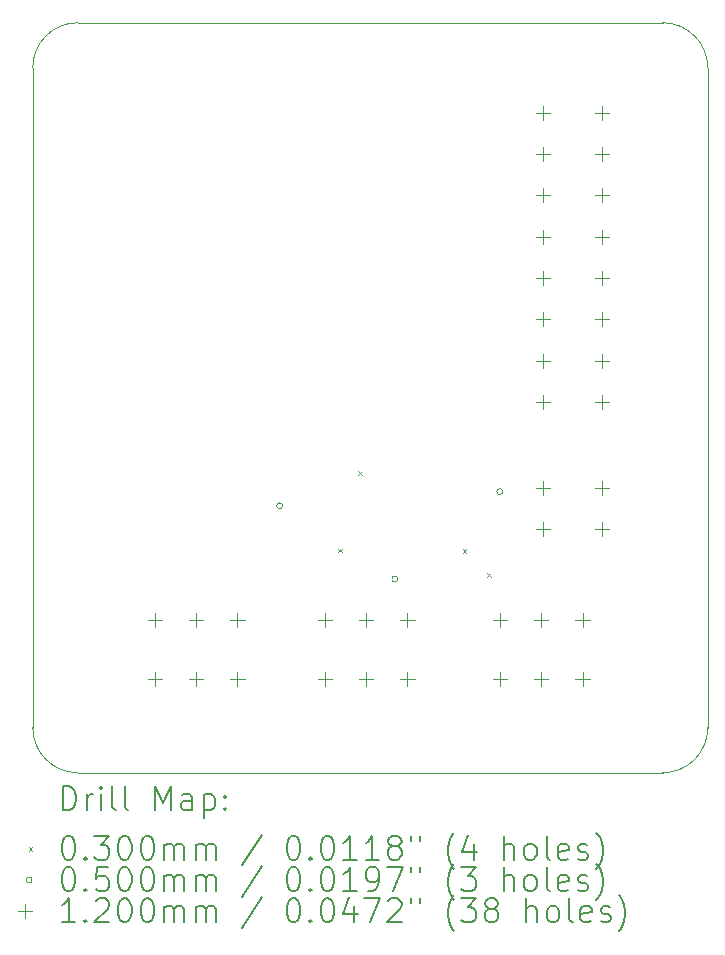
<source format=gbr>
%TF.GenerationSoftware,KiCad,Pcbnew,8.0.6*%
%TF.CreationDate,2024-11-26T19:07:36-08:00*%
%TF.ProjectId,Constellation STAR LAF V1.0,436f6e73-7465-46c6-9c61-74696f6e2053,rev?*%
%TF.SameCoordinates,Original*%
%TF.FileFunction,Drillmap*%
%TF.FilePolarity,Positive*%
%FSLAX45Y45*%
G04 Gerber Fmt 4.5, Leading zero omitted, Abs format (unit mm)*
G04 Created by KiCad (PCBNEW 8.0.6) date 2024-11-26 19:07:36*
%MOMM*%
%LPD*%
G01*
G04 APERTURE LIST*
%ADD10C,0.100000*%
%ADD11C,0.200000*%
%ADD12C,0.120000*%
G04 APERTURE END LIST*
D10*
X2540000Y-8509000D02*
X2540000Y-2921000D01*
X2921000Y-8890000D02*
G75*
G02*
X2540000Y-8509000I0J381000D01*
G01*
X8255000Y-8509000D02*
G75*
G02*
X7874000Y-8890000I-381000J0D01*
G01*
X2540000Y-2921000D02*
G75*
G02*
X2921000Y-2540000I381000J0D01*
G01*
X7874000Y-8890000D02*
X2921000Y-8890000D01*
X8255000Y-2921000D02*
X8255000Y-8509000D01*
X7874000Y-2540000D02*
G75*
G02*
X8255000Y-2921000I0J-381000D01*
G01*
X2921000Y-2540000D02*
X7874000Y-2540000D01*
D11*
D10*
X5125000Y-6995000D02*
X5155000Y-7025000D01*
X5155000Y-6995000D02*
X5125000Y-7025000D01*
X5295000Y-6336250D02*
X5325000Y-6366250D01*
X5325000Y-6336250D02*
X5295000Y-6366250D01*
X6180000Y-7000000D02*
X6210000Y-7030000D01*
X6210000Y-7000000D02*
X6180000Y-7030000D01*
X6386250Y-7200000D02*
X6416250Y-7230000D01*
X6416250Y-7200000D02*
X6386250Y-7230000D01*
X4655000Y-6630000D02*
G75*
G02*
X4605000Y-6630000I-25000J0D01*
G01*
X4605000Y-6630000D02*
G75*
G02*
X4655000Y-6630000I25000J0D01*
G01*
X5630000Y-7250000D02*
G75*
G02*
X5580000Y-7250000I-25000J0D01*
G01*
X5580000Y-7250000D02*
G75*
G02*
X5630000Y-7250000I25000J0D01*
G01*
X6520000Y-6510000D02*
G75*
G02*
X6470000Y-6510000I-25000J0D01*
G01*
X6470000Y-6510000D02*
G75*
G02*
X6520000Y-6510000I25000J0D01*
G01*
D12*
X3572921Y-7535000D02*
X3572921Y-7655000D01*
X3512921Y-7595000D02*
X3632921Y-7595000D01*
X3572921Y-8035000D02*
X3572921Y-8155000D01*
X3512921Y-8095000D02*
X3632921Y-8095000D01*
X3922921Y-7535000D02*
X3922921Y-7655000D01*
X3862921Y-7595000D02*
X3982921Y-7595000D01*
X3922921Y-8035000D02*
X3922921Y-8155000D01*
X3862921Y-8095000D02*
X3982921Y-8095000D01*
X4272921Y-7535000D02*
X4272921Y-7655000D01*
X4212921Y-7595000D02*
X4332921Y-7595000D01*
X4272921Y-8035000D02*
X4272921Y-8155000D01*
X4212921Y-8095000D02*
X4332921Y-8095000D01*
X5012500Y-7535000D02*
X5012500Y-7655000D01*
X4952500Y-7595000D02*
X5072500Y-7595000D01*
X5012500Y-8035000D02*
X5012500Y-8155000D01*
X4952500Y-8095000D02*
X5072500Y-8095000D01*
X5362500Y-7535000D02*
X5362500Y-7655000D01*
X5302500Y-7595000D02*
X5422500Y-7595000D01*
X5362500Y-8035000D02*
X5362500Y-8155000D01*
X5302500Y-8095000D02*
X5422500Y-8095000D01*
X5712500Y-7535000D02*
X5712500Y-7655000D01*
X5652500Y-7595000D02*
X5772500Y-7595000D01*
X5712500Y-8035000D02*
X5712500Y-8155000D01*
X5652500Y-8095000D02*
X5772500Y-8095000D01*
X6495000Y-7535000D02*
X6495000Y-7655000D01*
X6435000Y-7595000D02*
X6555000Y-7595000D01*
X6495000Y-8035000D02*
X6495000Y-8155000D01*
X6435000Y-8095000D02*
X6555000Y-8095000D01*
X6845000Y-7535000D02*
X6845000Y-7655000D01*
X6785000Y-7595000D02*
X6905000Y-7595000D01*
X6845000Y-8035000D02*
X6845000Y-8155000D01*
X6785000Y-8095000D02*
X6905000Y-8095000D01*
X6858000Y-3242000D02*
X6858000Y-3362000D01*
X6798000Y-3302000D02*
X6918000Y-3302000D01*
X6858000Y-3592000D02*
X6858000Y-3712000D01*
X6798000Y-3652000D02*
X6918000Y-3652000D01*
X6858000Y-3942000D02*
X6858000Y-4062000D01*
X6798000Y-4002000D02*
X6918000Y-4002000D01*
X6858000Y-4292000D02*
X6858000Y-4412000D01*
X6798000Y-4352000D02*
X6918000Y-4352000D01*
X6858000Y-4642000D02*
X6858000Y-4762000D01*
X6798000Y-4702000D02*
X6918000Y-4702000D01*
X6858000Y-4992000D02*
X6858000Y-5112000D01*
X6798000Y-5052000D02*
X6918000Y-5052000D01*
X6858000Y-5342000D02*
X6858000Y-5462000D01*
X6798000Y-5402000D02*
X6918000Y-5402000D01*
X6858000Y-5692000D02*
X6858000Y-5812000D01*
X6798000Y-5752000D02*
X6918000Y-5752000D01*
X6858000Y-6417000D02*
X6858000Y-6537000D01*
X6798000Y-6477000D02*
X6918000Y-6477000D01*
X6858000Y-6767000D02*
X6858000Y-6887000D01*
X6798000Y-6827000D02*
X6918000Y-6827000D01*
X7195000Y-7535000D02*
X7195000Y-7655000D01*
X7135000Y-7595000D02*
X7255000Y-7595000D01*
X7195000Y-8035000D02*
X7195000Y-8155000D01*
X7135000Y-8095000D02*
X7255000Y-8095000D01*
X7358000Y-3592000D02*
X7358000Y-3712000D01*
X7298000Y-3652000D02*
X7418000Y-3652000D01*
X7358000Y-3242000D02*
X7358000Y-3362000D01*
X7298000Y-3302000D02*
X7418000Y-3302000D01*
X7358000Y-3942000D02*
X7358000Y-4062000D01*
X7298000Y-4002000D02*
X7418000Y-4002000D01*
X7358000Y-4292000D02*
X7358000Y-4412000D01*
X7298000Y-4352000D02*
X7418000Y-4352000D01*
X7358000Y-4642000D02*
X7358000Y-4762000D01*
X7298000Y-4702000D02*
X7418000Y-4702000D01*
X7358000Y-4992000D02*
X7358000Y-5112000D01*
X7298000Y-5052000D02*
X7418000Y-5052000D01*
X7358000Y-5342000D02*
X7358000Y-5462000D01*
X7298000Y-5402000D02*
X7418000Y-5402000D01*
X7358000Y-5692000D02*
X7358000Y-5812000D01*
X7298000Y-5752000D02*
X7418000Y-5752000D01*
X7358000Y-6417000D02*
X7358000Y-6537000D01*
X7298000Y-6477000D02*
X7418000Y-6477000D01*
X7358000Y-6767000D02*
X7358000Y-6887000D01*
X7298000Y-6827000D02*
X7418000Y-6827000D01*
D11*
X2795777Y-9206484D02*
X2795777Y-9006484D01*
X2795777Y-9006484D02*
X2843396Y-9006484D01*
X2843396Y-9006484D02*
X2871967Y-9016008D01*
X2871967Y-9016008D02*
X2891015Y-9035055D01*
X2891015Y-9035055D02*
X2900539Y-9054103D01*
X2900539Y-9054103D02*
X2910062Y-9092198D01*
X2910062Y-9092198D02*
X2910062Y-9120770D01*
X2910062Y-9120770D02*
X2900539Y-9158865D01*
X2900539Y-9158865D02*
X2891015Y-9177912D01*
X2891015Y-9177912D02*
X2871967Y-9196960D01*
X2871967Y-9196960D02*
X2843396Y-9206484D01*
X2843396Y-9206484D02*
X2795777Y-9206484D01*
X2995777Y-9206484D02*
X2995777Y-9073150D01*
X2995777Y-9111246D02*
X3005301Y-9092198D01*
X3005301Y-9092198D02*
X3014824Y-9082674D01*
X3014824Y-9082674D02*
X3033872Y-9073150D01*
X3033872Y-9073150D02*
X3052920Y-9073150D01*
X3119586Y-9206484D02*
X3119586Y-9073150D01*
X3119586Y-9006484D02*
X3110062Y-9016008D01*
X3110062Y-9016008D02*
X3119586Y-9025531D01*
X3119586Y-9025531D02*
X3129110Y-9016008D01*
X3129110Y-9016008D02*
X3119586Y-9006484D01*
X3119586Y-9006484D02*
X3119586Y-9025531D01*
X3243396Y-9206484D02*
X3224348Y-9196960D01*
X3224348Y-9196960D02*
X3214824Y-9177912D01*
X3214824Y-9177912D02*
X3214824Y-9006484D01*
X3348158Y-9206484D02*
X3329110Y-9196960D01*
X3329110Y-9196960D02*
X3319586Y-9177912D01*
X3319586Y-9177912D02*
X3319586Y-9006484D01*
X3576729Y-9206484D02*
X3576729Y-9006484D01*
X3576729Y-9006484D02*
X3643396Y-9149341D01*
X3643396Y-9149341D02*
X3710062Y-9006484D01*
X3710062Y-9006484D02*
X3710062Y-9206484D01*
X3891015Y-9206484D02*
X3891015Y-9101722D01*
X3891015Y-9101722D02*
X3881491Y-9082674D01*
X3881491Y-9082674D02*
X3862443Y-9073150D01*
X3862443Y-9073150D02*
X3824348Y-9073150D01*
X3824348Y-9073150D02*
X3805301Y-9082674D01*
X3891015Y-9196960D02*
X3871967Y-9206484D01*
X3871967Y-9206484D02*
X3824348Y-9206484D01*
X3824348Y-9206484D02*
X3805301Y-9196960D01*
X3805301Y-9196960D02*
X3795777Y-9177912D01*
X3795777Y-9177912D02*
X3795777Y-9158865D01*
X3795777Y-9158865D02*
X3805301Y-9139817D01*
X3805301Y-9139817D02*
X3824348Y-9130293D01*
X3824348Y-9130293D02*
X3871967Y-9130293D01*
X3871967Y-9130293D02*
X3891015Y-9120770D01*
X3986253Y-9073150D02*
X3986253Y-9273150D01*
X3986253Y-9082674D02*
X4005301Y-9073150D01*
X4005301Y-9073150D02*
X4043396Y-9073150D01*
X4043396Y-9073150D02*
X4062443Y-9082674D01*
X4062443Y-9082674D02*
X4071967Y-9092198D01*
X4071967Y-9092198D02*
X4081491Y-9111246D01*
X4081491Y-9111246D02*
X4081491Y-9168389D01*
X4081491Y-9168389D02*
X4071967Y-9187436D01*
X4071967Y-9187436D02*
X4062443Y-9196960D01*
X4062443Y-9196960D02*
X4043396Y-9206484D01*
X4043396Y-9206484D02*
X4005301Y-9206484D01*
X4005301Y-9206484D02*
X3986253Y-9196960D01*
X4167205Y-9187436D02*
X4176729Y-9196960D01*
X4176729Y-9196960D02*
X4167205Y-9206484D01*
X4167205Y-9206484D02*
X4157682Y-9196960D01*
X4157682Y-9196960D02*
X4167205Y-9187436D01*
X4167205Y-9187436D02*
X4167205Y-9206484D01*
X4167205Y-9082674D02*
X4176729Y-9092198D01*
X4176729Y-9092198D02*
X4167205Y-9101722D01*
X4167205Y-9101722D02*
X4157682Y-9092198D01*
X4157682Y-9092198D02*
X4167205Y-9082674D01*
X4167205Y-9082674D02*
X4167205Y-9101722D01*
D10*
X2505000Y-9520000D02*
X2535000Y-9550000D01*
X2535000Y-9520000D02*
X2505000Y-9550000D01*
D11*
X2833872Y-9426484D02*
X2852920Y-9426484D01*
X2852920Y-9426484D02*
X2871967Y-9436008D01*
X2871967Y-9436008D02*
X2881491Y-9445531D01*
X2881491Y-9445531D02*
X2891015Y-9464579D01*
X2891015Y-9464579D02*
X2900539Y-9502674D01*
X2900539Y-9502674D02*
X2900539Y-9550293D01*
X2900539Y-9550293D02*
X2891015Y-9588389D01*
X2891015Y-9588389D02*
X2881491Y-9607436D01*
X2881491Y-9607436D02*
X2871967Y-9616960D01*
X2871967Y-9616960D02*
X2852920Y-9626484D01*
X2852920Y-9626484D02*
X2833872Y-9626484D01*
X2833872Y-9626484D02*
X2814824Y-9616960D01*
X2814824Y-9616960D02*
X2805301Y-9607436D01*
X2805301Y-9607436D02*
X2795777Y-9588389D01*
X2795777Y-9588389D02*
X2786253Y-9550293D01*
X2786253Y-9550293D02*
X2786253Y-9502674D01*
X2786253Y-9502674D02*
X2795777Y-9464579D01*
X2795777Y-9464579D02*
X2805301Y-9445531D01*
X2805301Y-9445531D02*
X2814824Y-9436008D01*
X2814824Y-9436008D02*
X2833872Y-9426484D01*
X2986253Y-9607436D02*
X2995777Y-9616960D01*
X2995777Y-9616960D02*
X2986253Y-9626484D01*
X2986253Y-9626484D02*
X2976729Y-9616960D01*
X2976729Y-9616960D02*
X2986253Y-9607436D01*
X2986253Y-9607436D02*
X2986253Y-9626484D01*
X3062443Y-9426484D02*
X3186253Y-9426484D01*
X3186253Y-9426484D02*
X3119586Y-9502674D01*
X3119586Y-9502674D02*
X3148158Y-9502674D01*
X3148158Y-9502674D02*
X3167205Y-9512198D01*
X3167205Y-9512198D02*
X3176729Y-9521722D01*
X3176729Y-9521722D02*
X3186253Y-9540770D01*
X3186253Y-9540770D02*
X3186253Y-9588389D01*
X3186253Y-9588389D02*
X3176729Y-9607436D01*
X3176729Y-9607436D02*
X3167205Y-9616960D01*
X3167205Y-9616960D02*
X3148158Y-9626484D01*
X3148158Y-9626484D02*
X3091015Y-9626484D01*
X3091015Y-9626484D02*
X3071967Y-9616960D01*
X3071967Y-9616960D02*
X3062443Y-9607436D01*
X3310062Y-9426484D02*
X3329110Y-9426484D01*
X3329110Y-9426484D02*
X3348158Y-9436008D01*
X3348158Y-9436008D02*
X3357682Y-9445531D01*
X3357682Y-9445531D02*
X3367205Y-9464579D01*
X3367205Y-9464579D02*
X3376729Y-9502674D01*
X3376729Y-9502674D02*
X3376729Y-9550293D01*
X3376729Y-9550293D02*
X3367205Y-9588389D01*
X3367205Y-9588389D02*
X3357682Y-9607436D01*
X3357682Y-9607436D02*
X3348158Y-9616960D01*
X3348158Y-9616960D02*
X3329110Y-9626484D01*
X3329110Y-9626484D02*
X3310062Y-9626484D01*
X3310062Y-9626484D02*
X3291015Y-9616960D01*
X3291015Y-9616960D02*
X3281491Y-9607436D01*
X3281491Y-9607436D02*
X3271967Y-9588389D01*
X3271967Y-9588389D02*
X3262443Y-9550293D01*
X3262443Y-9550293D02*
X3262443Y-9502674D01*
X3262443Y-9502674D02*
X3271967Y-9464579D01*
X3271967Y-9464579D02*
X3281491Y-9445531D01*
X3281491Y-9445531D02*
X3291015Y-9436008D01*
X3291015Y-9436008D02*
X3310062Y-9426484D01*
X3500539Y-9426484D02*
X3519586Y-9426484D01*
X3519586Y-9426484D02*
X3538634Y-9436008D01*
X3538634Y-9436008D02*
X3548158Y-9445531D01*
X3548158Y-9445531D02*
X3557682Y-9464579D01*
X3557682Y-9464579D02*
X3567205Y-9502674D01*
X3567205Y-9502674D02*
X3567205Y-9550293D01*
X3567205Y-9550293D02*
X3557682Y-9588389D01*
X3557682Y-9588389D02*
X3548158Y-9607436D01*
X3548158Y-9607436D02*
X3538634Y-9616960D01*
X3538634Y-9616960D02*
X3519586Y-9626484D01*
X3519586Y-9626484D02*
X3500539Y-9626484D01*
X3500539Y-9626484D02*
X3481491Y-9616960D01*
X3481491Y-9616960D02*
X3471967Y-9607436D01*
X3471967Y-9607436D02*
X3462443Y-9588389D01*
X3462443Y-9588389D02*
X3452920Y-9550293D01*
X3452920Y-9550293D02*
X3452920Y-9502674D01*
X3452920Y-9502674D02*
X3462443Y-9464579D01*
X3462443Y-9464579D02*
X3471967Y-9445531D01*
X3471967Y-9445531D02*
X3481491Y-9436008D01*
X3481491Y-9436008D02*
X3500539Y-9426484D01*
X3652920Y-9626484D02*
X3652920Y-9493150D01*
X3652920Y-9512198D02*
X3662443Y-9502674D01*
X3662443Y-9502674D02*
X3681491Y-9493150D01*
X3681491Y-9493150D02*
X3710063Y-9493150D01*
X3710063Y-9493150D02*
X3729110Y-9502674D01*
X3729110Y-9502674D02*
X3738634Y-9521722D01*
X3738634Y-9521722D02*
X3738634Y-9626484D01*
X3738634Y-9521722D02*
X3748158Y-9502674D01*
X3748158Y-9502674D02*
X3767205Y-9493150D01*
X3767205Y-9493150D02*
X3795777Y-9493150D01*
X3795777Y-9493150D02*
X3814824Y-9502674D01*
X3814824Y-9502674D02*
X3824348Y-9521722D01*
X3824348Y-9521722D02*
X3824348Y-9626484D01*
X3919586Y-9626484D02*
X3919586Y-9493150D01*
X3919586Y-9512198D02*
X3929110Y-9502674D01*
X3929110Y-9502674D02*
X3948158Y-9493150D01*
X3948158Y-9493150D02*
X3976729Y-9493150D01*
X3976729Y-9493150D02*
X3995777Y-9502674D01*
X3995777Y-9502674D02*
X4005301Y-9521722D01*
X4005301Y-9521722D02*
X4005301Y-9626484D01*
X4005301Y-9521722D02*
X4014824Y-9502674D01*
X4014824Y-9502674D02*
X4033872Y-9493150D01*
X4033872Y-9493150D02*
X4062443Y-9493150D01*
X4062443Y-9493150D02*
X4081491Y-9502674D01*
X4081491Y-9502674D02*
X4091015Y-9521722D01*
X4091015Y-9521722D02*
X4091015Y-9626484D01*
X4481491Y-9416960D02*
X4310063Y-9674103D01*
X4738634Y-9426484D02*
X4757682Y-9426484D01*
X4757682Y-9426484D02*
X4776729Y-9436008D01*
X4776729Y-9436008D02*
X4786253Y-9445531D01*
X4786253Y-9445531D02*
X4795777Y-9464579D01*
X4795777Y-9464579D02*
X4805301Y-9502674D01*
X4805301Y-9502674D02*
X4805301Y-9550293D01*
X4805301Y-9550293D02*
X4795777Y-9588389D01*
X4795777Y-9588389D02*
X4786253Y-9607436D01*
X4786253Y-9607436D02*
X4776729Y-9616960D01*
X4776729Y-9616960D02*
X4757682Y-9626484D01*
X4757682Y-9626484D02*
X4738634Y-9626484D01*
X4738634Y-9626484D02*
X4719587Y-9616960D01*
X4719587Y-9616960D02*
X4710063Y-9607436D01*
X4710063Y-9607436D02*
X4700539Y-9588389D01*
X4700539Y-9588389D02*
X4691015Y-9550293D01*
X4691015Y-9550293D02*
X4691015Y-9502674D01*
X4691015Y-9502674D02*
X4700539Y-9464579D01*
X4700539Y-9464579D02*
X4710063Y-9445531D01*
X4710063Y-9445531D02*
X4719587Y-9436008D01*
X4719587Y-9436008D02*
X4738634Y-9426484D01*
X4891015Y-9607436D02*
X4900539Y-9616960D01*
X4900539Y-9616960D02*
X4891015Y-9626484D01*
X4891015Y-9626484D02*
X4881491Y-9616960D01*
X4881491Y-9616960D02*
X4891015Y-9607436D01*
X4891015Y-9607436D02*
X4891015Y-9626484D01*
X5024348Y-9426484D02*
X5043396Y-9426484D01*
X5043396Y-9426484D02*
X5062444Y-9436008D01*
X5062444Y-9436008D02*
X5071968Y-9445531D01*
X5071968Y-9445531D02*
X5081491Y-9464579D01*
X5081491Y-9464579D02*
X5091015Y-9502674D01*
X5091015Y-9502674D02*
X5091015Y-9550293D01*
X5091015Y-9550293D02*
X5081491Y-9588389D01*
X5081491Y-9588389D02*
X5071968Y-9607436D01*
X5071968Y-9607436D02*
X5062444Y-9616960D01*
X5062444Y-9616960D02*
X5043396Y-9626484D01*
X5043396Y-9626484D02*
X5024348Y-9626484D01*
X5024348Y-9626484D02*
X5005301Y-9616960D01*
X5005301Y-9616960D02*
X4995777Y-9607436D01*
X4995777Y-9607436D02*
X4986253Y-9588389D01*
X4986253Y-9588389D02*
X4976729Y-9550293D01*
X4976729Y-9550293D02*
X4976729Y-9502674D01*
X4976729Y-9502674D02*
X4986253Y-9464579D01*
X4986253Y-9464579D02*
X4995777Y-9445531D01*
X4995777Y-9445531D02*
X5005301Y-9436008D01*
X5005301Y-9436008D02*
X5024348Y-9426484D01*
X5281491Y-9626484D02*
X5167206Y-9626484D01*
X5224348Y-9626484D02*
X5224348Y-9426484D01*
X5224348Y-9426484D02*
X5205301Y-9455055D01*
X5205301Y-9455055D02*
X5186253Y-9474103D01*
X5186253Y-9474103D02*
X5167206Y-9483627D01*
X5471968Y-9626484D02*
X5357682Y-9626484D01*
X5414825Y-9626484D02*
X5414825Y-9426484D01*
X5414825Y-9426484D02*
X5395777Y-9455055D01*
X5395777Y-9455055D02*
X5376729Y-9474103D01*
X5376729Y-9474103D02*
X5357682Y-9483627D01*
X5586253Y-9512198D02*
X5567206Y-9502674D01*
X5567206Y-9502674D02*
X5557682Y-9493150D01*
X5557682Y-9493150D02*
X5548158Y-9474103D01*
X5548158Y-9474103D02*
X5548158Y-9464579D01*
X5548158Y-9464579D02*
X5557682Y-9445531D01*
X5557682Y-9445531D02*
X5567206Y-9436008D01*
X5567206Y-9436008D02*
X5586253Y-9426484D01*
X5586253Y-9426484D02*
X5624348Y-9426484D01*
X5624348Y-9426484D02*
X5643396Y-9436008D01*
X5643396Y-9436008D02*
X5652920Y-9445531D01*
X5652920Y-9445531D02*
X5662444Y-9464579D01*
X5662444Y-9464579D02*
X5662444Y-9474103D01*
X5662444Y-9474103D02*
X5652920Y-9493150D01*
X5652920Y-9493150D02*
X5643396Y-9502674D01*
X5643396Y-9502674D02*
X5624348Y-9512198D01*
X5624348Y-9512198D02*
X5586253Y-9512198D01*
X5586253Y-9512198D02*
X5567206Y-9521722D01*
X5567206Y-9521722D02*
X5557682Y-9531246D01*
X5557682Y-9531246D02*
X5548158Y-9550293D01*
X5548158Y-9550293D02*
X5548158Y-9588389D01*
X5548158Y-9588389D02*
X5557682Y-9607436D01*
X5557682Y-9607436D02*
X5567206Y-9616960D01*
X5567206Y-9616960D02*
X5586253Y-9626484D01*
X5586253Y-9626484D02*
X5624348Y-9626484D01*
X5624348Y-9626484D02*
X5643396Y-9616960D01*
X5643396Y-9616960D02*
X5652920Y-9607436D01*
X5652920Y-9607436D02*
X5662444Y-9588389D01*
X5662444Y-9588389D02*
X5662444Y-9550293D01*
X5662444Y-9550293D02*
X5652920Y-9531246D01*
X5652920Y-9531246D02*
X5643396Y-9521722D01*
X5643396Y-9521722D02*
X5624348Y-9512198D01*
X5738634Y-9426484D02*
X5738634Y-9464579D01*
X5814825Y-9426484D02*
X5814825Y-9464579D01*
X6110063Y-9702674D02*
X6100539Y-9693150D01*
X6100539Y-9693150D02*
X6081491Y-9664579D01*
X6081491Y-9664579D02*
X6071968Y-9645531D01*
X6071968Y-9645531D02*
X6062444Y-9616960D01*
X6062444Y-9616960D02*
X6052920Y-9569341D01*
X6052920Y-9569341D02*
X6052920Y-9531246D01*
X6052920Y-9531246D02*
X6062444Y-9483627D01*
X6062444Y-9483627D02*
X6071968Y-9455055D01*
X6071968Y-9455055D02*
X6081491Y-9436008D01*
X6081491Y-9436008D02*
X6100539Y-9407436D01*
X6100539Y-9407436D02*
X6110063Y-9397912D01*
X6271968Y-9493150D02*
X6271968Y-9626484D01*
X6224348Y-9416960D02*
X6176729Y-9559817D01*
X6176729Y-9559817D02*
X6300539Y-9559817D01*
X6529110Y-9626484D02*
X6529110Y-9426484D01*
X6614825Y-9626484D02*
X6614825Y-9521722D01*
X6614825Y-9521722D02*
X6605301Y-9502674D01*
X6605301Y-9502674D02*
X6586253Y-9493150D01*
X6586253Y-9493150D02*
X6557682Y-9493150D01*
X6557682Y-9493150D02*
X6538634Y-9502674D01*
X6538634Y-9502674D02*
X6529110Y-9512198D01*
X6738634Y-9626484D02*
X6719587Y-9616960D01*
X6719587Y-9616960D02*
X6710063Y-9607436D01*
X6710063Y-9607436D02*
X6700539Y-9588389D01*
X6700539Y-9588389D02*
X6700539Y-9531246D01*
X6700539Y-9531246D02*
X6710063Y-9512198D01*
X6710063Y-9512198D02*
X6719587Y-9502674D01*
X6719587Y-9502674D02*
X6738634Y-9493150D01*
X6738634Y-9493150D02*
X6767206Y-9493150D01*
X6767206Y-9493150D02*
X6786253Y-9502674D01*
X6786253Y-9502674D02*
X6795777Y-9512198D01*
X6795777Y-9512198D02*
X6805301Y-9531246D01*
X6805301Y-9531246D02*
X6805301Y-9588389D01*
X6805301Y-9588389D02*
X6795777Y-9607436D01*
X6795777Y-9607436D02*
X6786253Y-9616960D01*
X6786253Y-9616960D02*
X6767206Y-9626484D01*
X6767206Y-9626484D02*
X6738634Y-9626484D01*
X6919587Y-9626484D02*
X6900539Y-9616960D01*
X6900539Y-9616960D02*
X6891015Y-9597912D01*
X6891015Y-9597912D02*
X6891015Y-9426484D01*
X7071968Y-9616960D02*
X7052920Y-9626484D01*
X7052920Y-9626484D02*
X7014825Y-9626484D01*
X7014825Y-9626484D02*
X6995777Y-9616960D01*
X6995777Y-9616960D02*
X6986253Y-9597912D01*
X6986253Y-9597912D02*
X6986253Y-9521722D01*
X6986253Y-9521722D02*
X6995777Y-9502674D01*
X6995777Y-9502674D02*
X7014825Y-9493150D01*
X7014825Y-9493150D02*
X7052920Y-9493150D01*
X7052920Y-9493150D02*
X7071968Y-9502674D01*
X7071968Y-9502674D02*
X7081491Y-9521722D01*
X7081491Y-9521722D02*
X7081491Y-9540770D01*
X7081491Y-9540770D02*
X6986253Y-9559817D01*
X7157682Y-9616960D02*
X7176730Y-9626484D01*
X7176730Y-9626484D02*
X7214825Y-9626484D01*
X7214825Y-9626484D02*
X7233872Y-9616960D01*
X7233872Y-9616960D02*
X7243396Y-9597912D01*
X7243396Y-9597912D02*
X7243396Y-9588389D01*
X7243396Y-9588389D02*
X7233872Y-9569341D01*
X7233872Y-9569341D02*
X7214825Y-9559817D01*
X7214825Y-9559817D02*
X7186253Y-9559817D01*
X7186253Y-9559817D02*
X7167206Y-9550293D01*
X7167206Y-9550293D02*
X7157682Y-9531246D01*
X7157682Y-9531246D02*
X7157682Y-9521722D01*
X7157682Y-9521722D02*
X7167206Y-9502674D01*
X7167206Y-9502674D02*
X7186253Y-9493150D01*
X7186253Y-9493150D02*
X7214825Y-9493150D01*
X7214825Y-9493150D02*
X7233872Y-9502674D01*
X7310063Y-9702674D02*
X7319587Y-9693150D01*
X7319587Y-9693150D02*
X7338634Y-9664579D01*
X7338634Y-9664579D02*
X7348158Y-9645531D01*
X7348158Y-9645531D02*
X7357682Y-9616960D01*
X7357682Y-9616960D02*
X7367206Y-9569341D01*
X7367206Y-9569341D02*
X7367206Y-9531246D01*
X7367206Y-9531246D02*
X7357682Y-9483627D01*
X7357682Y-9483627D02*
X7348158Y-9455055D01*
X7348158Y-9455055D02*
X7338634Y-9436008D01*
X7338634Y-9436008D02*
X7319587Y-9407436D01*
X7319587Y-9407436D02*
X7310063Y-9397912D01*
D10*
X2535000Y-9799000D02*
G75*
G02*
X2485000Y-9799000I-25000J0D01*
G01*
X2485000Y-9799000D02*
G75*
G02*
X2535000Y-9799000I25000J0D01*
G01*
D11*
X2833872Y-9690484D02*
X2852920Y-9690484D01*
X2852920Y-9690484D02*
X2871967Y-9700008D01*
X2871967Y-9700008D02*
X2881491Y-9709531D01*
X2881491Y-9709531D02*
X2891015Y-9728579D01*
X2891015Y-9728579D02*
X2900539Y-9766674D01*
X2900539Y-9766674D02*
X2900539Y-9814293D01*
X2900539Y-9814293D02*
X2891015Y-9852389D01*
X2891015Y-9852389D02*
X2881491Y-9871436D01*
X2881491Y-9871436D02*
X2871967Y-9880960D01*
X2871967Y-9880960D02*
X2852920Y-9890484D01*
X2852920Y-9890484D02*
X2833872Y-9890484D01*
X2833872Y-9890484D02*
X2814824Y-9880960D01*
X2814824Y-9880960D02*
X2805301Y-9871436D01*
X2805301Y-9871436D02*
X2795777Y-9852389D01*
X2795777Y-9852389D02*
X2786253Y-9814293D01*
X2786253Y-9814293D02*
X2786253Y-9766674D01*
X2786253Y-9766674D02*
X2795777Y-9728579D01*
X2795777Y-9728579D02*
X2805301Y-9709531D01*
X2805301Y-9709531D02*
X2814824Y-9700008D01*
X2814824Y-9700008D02*
X2833872Y-9690484D01*
X2986253Y-9871436D02*
X2995777Y-9880960D01*
X2995777Y-9880960D02*
X2986253Y-9890484D01*
X2986253Y-9890484D02*
X2976729Y-9880960D01*
X2976729Y-9880960D02*
X2986253Y-9871436D01*
X2986253Y-9871436D02*
X2986253Y-9890484D01*
X3176729Y-9690484D02*
X3081491Y-9690484D01*
X3081491Y-9690484D02*
X3071967Y-9785722D01*
X3071967Y-9785722D02*
X3081491Y-9776198D01*
X3081491Y-9776198D02*
X3100539Y-9766674D01*
X3100539Y-9766674D02*
X3148158Y-9766674D01*
X3148158Y-9766674D02*
X3167205Y-9776198D01*
X3167205Y-9776198D02*
X3176729Y-9785722D01*
X3176729Y-9785722D02*
X3186253Y-9804770D01*
X3186253Y-9804770D02*
X3186253Y-9852389D01*
X3186253Y-9852389D02*
X3176729Y-9871436D01*
X3176729Y-9871436D02*
X3167205Y-9880960D01*
X3167205Y-9880960D02*
X3148158Y-9890484D01*
X3148158Y-9890484D02*
X3100539Y-9890484D01*
X3100539Y-9890484D02*
X3081491Y-9880960D01*
X3081491Y-9880960D02*
X3071967Y-9871436D01*
X3310062Y-9690484D02*
X3329110Y-9690484D01*
X3329110Y-9690484D02*
X3348158Y-9700008D01*
X3348158Y-9700008D02*
X3357682Y-9709531D01*
X3357682Y-9709531D02*
X3367205Y-9728579D01*
X3367205Y-9728579D02*
X3376729Y-9766674D01*
X3376729Y-9766674D02*
X3376729Y-9814293D01*
X3376729Y-9814293D02*
X3367205Y-9852389D01*
X3367205Y-9852389D02*
X3357682Y-9871436D01*
X3357682Y-9871436D02*
X3348158Y-9880960D01*
X3348158Y-9880960D02*
X3329110Y-9890484D01*
X3329110Y-9890484D02*
X3310062Y-9890484D01*
X3310062Y-9890484D02*
X3291015Y-9880960D01*
X3291015Y-9880960D02*
X3281491Y-9871436D01*
X3281491Y-9871436D02*
X3271967Y-9852389D01*
X3271967Y-9852389D02*
X3262443Y-9814293D01*
X3262443Y-9814293D02*
X3262443Y-9766674D01*
X3262443Y-9766674D02*
X3271967Y-9728579D01*
X3271967Y-9728579D02*
X3281491Y-9709531D01*
X3281491Y-9709531D02*
X3291015Y-9700008D01*
X3291015Y-9700008D02*
X3310062Y-9690484D01*
X3500539Y-9690484D02*
X3519586Y-9690484D01*
X3519586Y-9690484D02*
X3538634Y-9700008D01*
X3538634Y-9700008D02*
X3548158Y-9709531D01*
X3548158Y-9709531D02*
X3557682Y-9728579D01*
X3557682Y-9728579D02*
X3567205Y-9766674D01*
X3567205Y-9766674D02*
X3567205Y-9814293D01*
X3567205Y-9814293D02*
X3557682Y-9852389D01*
X3557682Y-9852389D02*
X3548158Y-9871436D01*
X3548158Y-9871436D02*
X3538634Y-9880960D01*
X3538634Y-9880960D02*
X3519586Y-9890484D01*
X3519586Y-9890484D02*
X3500539Y-9890484D01*
X3500539Y-9890484D02*
X3481491Y-9880960D01*
X3481491Y-9880960D02*
X3471967Y-9871436D01*
X3471967Y-9871436D02*
X3462443Y-9852389D01*
X3462443Y-9852389D02*
X3452920Y-9814293D01*
X3452920Y-9814293D02*
X3452920Y-9766674D01*
X3452920Y-9766674D02*
X3462443Y-9728579D01*
X3462443Y-9728579D02*
X3471967Y-9709531D01*
X3471967Y-9709531D02*
X3481491Y-9700008D01*
X3481491Y-9700008D02*
X3500539Y-9690484D01*
X3652920Y-9890484D02*
X3652920Y-9757150D01*
X3652920Y-9776198D02*
X3662443Y-9766674D01*
X3662443Y-9766674D02*
X3681491Y-9757150D01*
X3681491Y-9757150D02*
X3710063Y-9757150D01*
X3710063Y-9757150D02*
X3729110Y-9766674D01*
X3729110Y-9766674D02*
X3738634Y-9785722D01*
X3738634Y-9785722D02*
X3738634Y-9890484D01*
X3738634Y-9785722D02*
X3748158Y-9766674D01*
X3748158Y-9766674D02*
X3767205Y-9757150D01*
X3767205Y-9757150D02*
X3795777Y-9757150D01*
X3795777Y-9757150D02*
X3814824Y-9766674D01*
X3814824Y-9766674D02*
X3824348Y-9785722D01*
X3824348Y-9785722D02*
X3824348Y-9890484D01*
X3919586Y-9890484D02*
X3919586Y-9757150D01*
X3919586Y-9776198D02*
X3929110Y-9766674D01*
X3929110Y-9766674D02*
X3948158Y-9757150D01*
X3948158Y-9757150D02*
X3976729Y-9757150D01*
X3976729Y-9757150D02*
X3995777Y-9766674D01*
X3995777Y-9766674D02*
X4005301Y-9785722D01*
X4005301Y-9785722D02*
X4005301Y-9890484D01*
X4005301Y-9785722D02*
X4014824Y-9766674D01*
X4014824Y-9766674D02*
X4033872Y-9757150D01*
X4033872Y-9757150D02*
X4062443Y-9757150D01*
X4062443Y-9757150D02*
X4081491Y-9766674D01*
X4081491Y-9766674D02*
X4091015Y-9785722D01*
X4091015Y-9785722D02*
X4091015Y-9890484D01*
X4481491Y-9680960D02*
X4310063Y-9938103D01*
X4738634Y-9690484D02*
X4757682Y-9690484D01*
X4757682Y-9690484D02*
X4776729Y-9700008D01*
X4776729Y-9700008D02*
X4786253Y-9709531D01*
X4786253Y-9709531D02*
X4795777Y-9728579D01*
X4795777Y-9728579D02*
X4805301Y-9766674D01*
X4805301Y-9766674D02*
X4805301Y-9814293D01*
X4805301Y-9814293D02*
X4795777Y-9852389D01*
X4795777Y-9852389D02*
X4786253Y-9871436D01*
X4786253Y-9871436D02*
X4776729Y-9880960D01*
X4776729Y-9880960D02*
X4757682Y-9890484D01*
X4757682Y-9890484D02*
X4738634Y-9890484D01*
X4738634Y-9890484D02*
X4719587Y-9880960D01*
X4719587Y-9880960D02*
X4710063Y-9871436D01*
X4710063Y-9871436D02*
X4700539Y-9852389D01*
X4700539Y-9852389D02*
X4691015Y-9814293D01*
X4691015Y-9814293D02*
X4691015Y-9766674D01*
X4691015Y-9766674D02*
X4700539Y-9728579D01*
X4700539Y-9728579D02*
X4710063Y-9709531D01*
X4710063Y-9709531D02*
X4719587Y-9700008D01*
X4719587Y-9700008D02*
X4738634Y-9690484D01*
X4891015Y-9871436D02*
X4900539Y-9880960D01*
X4900539Y-9880960D02*
X4891015Y-9890484D01*
X4891015Y-9890484D02*
X4881491Y-9880960D01*
X4881491Y-9880960D02*
X4891015Y-9871436D01*
X4891015Y-9871436D02*
X4891015Y-9890484D01*
X5024348Y-9690484D02*
X5043396Y-9690484D01*
X5043396Y-9690484D02*
X5062444Y-9700008D01*
X5062444Y-9700008D02*
X5071968Y-9709531D01*
X5071968Y-9709531D02*
X5081491Y-9728579D01*
X5081491Y-9728579D02*
X5091015Y-9766674D01*
X5091015Y-9766674D02*
X5091015Y-9814293D01*
X5091015Y-9814293D02*
X5081491Y-9852389D01*
X5081491Y-9852389D02*
X5071968Y-9871436D01*
X5071968Y-9871436D02*
X5062444Y-9880960D01*
X5062444Y-9880960D02*
X5043396Y-9890484D01*
X5043396Y-9890484D02*
X5024348Y-9890484D01*
X5024348Y-9890484D02*
X5005301Y-9880960D01*
X5005301Y-9880960D02*
X4995777Y-9871436D01*
X4995777Y-9871436D02*
X4986253Y-9852389D01*
X4986253Y-9852389D02*
X4976729Y-9814293D01*
X4976729Y-9814293D02*
X4976729Y-9766674D01*
X4976729Y-9766674D02*
X4986253Y-9728579D01*
X4986253Y-9728579D02*
X4995777Y-9709531D01*
X4995777Y-9709531D02*
X5005301Y-9700008D01*
X5005301Y-9700008D02*
X5024348Y-9690484D01*
X5281491Y-9890484D02*
X5167206Y-9890484D01*
X5224348Y-9890484D02*
X5224348Y-9690484D01*
X5224348Y-9690484D02*
X5205301Y-9719055D01*
X5205301Y-9719055D02*
X5186253Y-9738103D01*
X5186253Y-9738103D02*
X5167206Y-9747627D01*
X5376729Y-9890484D02*
X5414825Y-9890484D01*
X5414825Y-9890484D02*
X5433872Y-9880960D01*
X5433872Y-9880960D02*
X5443396Y-9871436D01*
X5443396Y-9871436D02*
X5462444Y-9842865D01*
X5462444Y-9842865D02*
X5471968Y-9804770D01*
X5471968Y-9804770D02*
X5471968Y-9728579D01*
X5471968Y-9728579D02*
X5462444Y-9709531D01*
X5462444Y-9709531D02*
X5452920Y-9700008D01*
X5452920Y-9700008D02*
X5433872Y-9690484D01*
X5433872Y-9690484D02*
X5395777Y-9690484D01*
X5395777Y-9690484D02*
X5376729Y-9700008D01*
X5376729Y-9700008D02*
X5367206Y-9709531D01*
X5367206Y-9709531D02*
X5357682Y-9728579D01*
X5357682Y-9728579D02*
X5357682Y-9776198D01*
X5357682Y-9776198D02*
X5367206Y-9795246D01*
X5367206Y-9795246D02*
X5376729Y-9804770D01*
X5376729Y-9804770D02*
X5395777Y-9814293D01*
X5395777Y-9814293D02*
X5433872Y-9814293D01*
X5433872Y-9814293D02*
X5452920Y-9804770D01*
X5452920Y-9804770D02*
X5462444Y-9795246D01*
X5462444Y-9795246D02*
X5471968Y-9776198D01*
X5538634Y-9690484D02*
X5671967Y-9690484D01*
X5671967Y-9690484D02*
X5586253Y-9890484D01*
X5738634Y-9690484D02*
X5738634Y-9728579D01*
X5814825Y-9690484D02*
X5814825Y-9728579D01*
X6110063Y-9966674D02*
X6100539Y-9957150D01*
X6100539Y-9957150D02*
X6081491Y-9928579D01*
X6081491Y-9928579D02*
X6071968Y-9909531D01*
X6071968Y-9909531D02*
X6062444Y-9880960D01*
X6062444Y-9880960D02*
X6052920Y-9833341D01*
X6052920Y-9833341D02*
X6052920Y-9795246D01*
X6052920Y-9795246D02*
X6062444Y-9747627D01*
X6062444Y-9747627D02*
X6071968Y-9719055D01*
X6071968Y-9719055D02*
X6081491Y-9700008D01*
X6081491Y-9700008D02*
X6100539Y-9671436D01*
X6100539Y-9671436D02*
X6110063Y-9661912D01*
X6167206Y-9690484D02*
X6291015Y-9690484D01*
X6291015Y-9690484D02*
X6224348Y-9766674D01*
X6224348Y-9766674D02*
X6252920Y-9766674D01*
X6252920Y-9766674D02*
X6271968Y-9776198D01*
X6271968Y-9776198D02*
X6281491Y-9785722D01*
X6281491Y-9785722D02*
X6291015Y-9804770D01*
X6291015Y-9804770D02*
X6291015Y-9852389D01*
X6291015Y-9852389D02*
X6281491Y-9871436D01*
X6281491Y-9871436D02*
X6271968Y-9880960D01*
X6271968Y-9880960D02*
X6252920Y-9890484D01*
X6252920Y-9890484D02*
X6195777Y-9890484D01*
X6195777Y-9890484D02*
X6176729Y-9880960D01*
X6176729Y-9880960D02*
X6167206Y-9871436D01*
X6529110Y-9890484D02*
X6529110Y-9690484D01*
X6614825Y-9890484D02*
X6614825Y-9785722D01*
X6614825Y-9785722D02*
X6605301Y-9766674D01*
X6605301Y-9766674D02*
X6586253Y-9757150D01*
X6586253Y-9757150D02*
X6557682Y-9757150D01*
X6557682Y-9757150D02*
X6538634Y-9766674D01*
X6538634Y-9766674D02*
X6529110Y-9776198D01*
X6738634Y-9890484D02*
X6719587Y-9880960D01*
X6719587Y-9880960D02*
X6710063Y-9871436D01*
X6710063Y-9871436D02*
X6700539Y-9852389D01*
X6700539Y-9852389D02*
X6700539Y-9795246D01*
X6700539Y-9795246D02*
X6710063Y-9776198D01*
X6710063Y-9776198D02*
X6719587Y-9766674D01*
X6719587Y-9766674D02*
X6738634Y-9757150D01*
X6738634Y-9757150D02*
X6767206Y-9757150D01*
X6767206Y-9757150D02*
X6786253Y-9766674D01*
X6786253Y-9766674D02*
X6795777Y-9776198D01*
X6795777Y-9776198D02*
X6805301Y-9795246D01*
X6805301Y-9795246D02*
X6805301Y-9852389D01*
X6805301Y-9852389D02*
X6795777Y-9871436D01*
X6795777Y-9871436D02*
X6786253Y-9880960D01*
X6786253Y-9880960D02*
X6767206Y-9890484D01*
X6767206Y-9890484D02*
X6738634Y-9890484D01*
X6919587Y-9890484D02*
X6900539Y-9880960D01*
X6900539Y-9880960D02*
X6891015Y-9861912D01*
X6891015Y-9861912D02*
X6891015Y-9690484D01*
X7071968Y-9880960D02*
X7052920Y-9890484D01*
X7052920Y-9890484D02*
X7014825Y-9890484D01*
X7014825Y-9890484D02*
X6995777Y-9880960D01*
X6995777Y-9880960D02*
X6986253Y-9861912D01*
X6986253Y-9861912D02*
X6986253Y-9785722D01*
X6986253Y-9785722D02*
X6995777Y-9766674D01*
X6995777Y-9766674D02*
X7014825Y-9757150D01*
X7014825Y-9757150D02*
X7052920Y-9757150D01*
X7052920Y-9757150D02*
X7071968Y-9766674D01*
X7071968Y-9766674D02*
X7081491Y-9785722D01*
X7081491Y-9785722D02*
X7081491Y-9804770D01*
X7081491Y-9804770D02*
X6986253Y-9823817D01*
X7157682Y-9880960D02*
X7176730Y-9890484D01*
X7176730Y-9890484D02*
X7214825Y-9890484D01*
X7214825Y-9890484D02*
X7233872Y-9880960D01*
X7233872Y-9880960D02*
X7243396Y-9861912D01*
X7243396Y-9861912D02*
X7243396Y-9852389D01*
X7243396Y-9852389D02*
X7233872Y-9833341D01*
X7233872Y-9833341D02*
X7214825Y-9823817D01*
X7214825Y-9823817D02*
X7186253Y-9823817D01*
X7186253Y-9823817D02*
X7167206Y-9814293D01*
X7167206Y-9814293D02*
X7157682Y-9795246D01*
X7157682Y-9795246D02*
X7157682Y-9785722D01*
X7157682Y-9785722D02*
X7167206Y-9766674D01*
X7167206Y-9766674D02*
X7186253Y-9757150D01*
X7186253Y-9757150D02*
X7214825Y-9757150D01*
X7214825Y-9757150D02*
X7233872Y-9766674D01*
X7310063Y-9966674D02*
X7319587Y-9957150D01*
X7319587Y-9957150D02*
X7338634Y-9928579D01*
X7338634Y-9928579D02*
X7348158Y-9909531D01*
X7348158Y-9909531D02*
X7357682Y-9880960D01*
X7357682Y-9880960D02*
X7367206Y-9833341D01*
X7367206Y-9833341D02*
X7367206Y-9795246D01*
X7367206Y-9795246D02*
X7357682Y-9747627D01*
X7357682Y-9747627D02*
X7348158Y-9719055D01*
X7348158Y-9719055D02*
X7338634Y-9700008D01*
X7338634Y-9700008D02*
X7319587Y-9671436D01*
X7319587Y-9671436D02*
X7310063Y-9661912D01*
D12*
X2475000Y-10003000D02*
X2475000Y-10123000D01*
X2415000Y-10063000D02*
X2535000Y-10063000D01*
D11*
X2900539Y-10154484D02*
X2786253Y-10154484D01*
X2843396Y-10154484D02*
X2843396Y-9954484D01*
X2843396Y-9954484D02*
X2824348Y-9983055D01*
X2824348Y-9983055D02*
X2805301Y-10002103D01*
X2805301Y-10002103D02*
X2786253Y-10011627D01*
X2986253Y-10135436D02*
X2995777Y-10144960D01*
X2995777Y-10144960D02*
X2986253Y-10154484D01*
X2986253Y-10154484D02*
X2976729Y-10144960D01*
X2976729Y-10144960D02*
X2986253Y-10135436D01*
X2986253Y-10135436D02*
X2986253Y-10154484D01*
X3071967Y-9973531D02*
X3081491Y-9964008D01*
X3081491Y-9964008D02*
X3100539Y-9954484D01*
X3100539Y-9954484D02*
X3148158Y-9954484D01*
X3148158Y-9954484D02*
X3167205Y-9964008D01*
X3167205Y-9964008D02*
X3176729Y-9973531D01*
X3176729Y-9973531D02*
X3186253Y-9992579D01*
X3186253Y-9992579D02*
X3186253Y-10011627D01*
X3186253Y-10011627D02*
X3176729Y-10040198D01*
X3176729Y-10040198D02*
X3062443Y-10154484D01*
X3062443Y-10154484D02*
X3186253Y-10154484D01*
X3310062Y-9954484D02*
X3329110Y-9954484D01*
X3329110Y-9954484D02*
X3348158Y-9964008D01*
X3348158Y-9964008D02*
X3357682Y-9973531D01*
X3357682Y-9973531D02*
X3367205Y-9992579D01*
X3367205Y-9992579D02*
X3376729Y-10030674D01*
X3376729Y-10030674D02*
X3376729Y-10078293D01*
X3376729Y-10078293D02*
X3367205Y-10116389D01*
X3367205Y-10116389D02*
X3357682Y-10135436D01*
X3357682Y-10135436D02*
X3348158Y-10144960D01*
X3348158Y-10144960D02*
X3329110Y-10154484D01*
X3329110Y-10154484D02*
X3310062Y-10154484D01*
X3310062Y-10154484D02*
X3291015Y-10144960D01*
X3291015Y-10144960D02*
X3281491Y-10135436D01*
X3281491Y-10135436D02*
X3271967Y-10116389D01*
X3271967Y-10116389D02*
X3262443Y-10078293D01*
X3262443Y-10078293D02*
X3262443Y-10030674D01*
X3262443Y-10030674D02*
X3271967Y-9992579D01*
X3271967Y-9992579D02*
X3281491Y-9973531D01*
X3281491Y-9973531D02*
X3291015Y-9964008D01*
X3291015Y-9964008D02*
X3310062Y-9954484D01*
X3500539Y-9954484D02*
X3519586Y-9954484D01*
X3519586Y-9954484D02*
X3538634Y-9964008D01*
X3538634Y-9964008D02*
X3548158Y-9973531D01*
X3548158Y-9973531D02*
X3557682Y-9992579D01*
X3557682Y-9992579D02*
X3567205Y-10030674D01*
X3567205Y-10030674D02*
X3567205Y-10078293D01*
X3567205Y-10078293D02*
X3557682Y-10116389D01*
X3557682Y-10116389D02*
X3548158Y-10135436D01*
X3548158Y-10135436D02*
X3538634Y-10144960D01*
X3538634Y-10144960D02*
X3519586Y-10154484D01*
X3519586Y-10154484D02*
X3500539Y-10154484D01*
X3500539Y-10154484D02*
X3481491Y-10144960D01*
X3481491Y-10144960D02*
X3471967Y-10135436D01*
X3471967Y-10135436D02*
X3462443Y-10116389D01*
X3462443Y-10116389D02*
X3452920Y-10078293D01*
X3452920Y-10078293D02*
X3452920Y-10030674D01*
X3452920Y-10030674D02*
X3462443Y-9992579D01*
X3462443Y-9992579D02*
X3471967Y-9973531D01*
X3471967Y-9973531D02*
X3481491Y-9964008D01*
X3481491Y-9964008D02*
X3500539Y-9954484D01*
X3652920Y-10154484D02*
X3652920Y-10021150D01*
X3652920Y-10040198D02*
X3662443Y-10030674D01*
X3662443Y-10030674D02*
X3681491Y-10021150D01*
X3681491Y-10021150D02*
X3710063Y-10021150D01*
X3710063Y-10021150D02*
X3729110Y-10030674D01*
X3729110Y-10030674D02*
X3738634Y-10049722D01*
X3738634Y-10049722D02*
X3738634Y-10154484D01*
X3738634Y-10049722D02*
X3748158Y-10030674D01*
X3748158Y-10030674D02*
X3767205Y-10021150D01*
X3767205Y-10021150D02*
X3795777Y-10021150D01*
X3795777Y-10021150D02*
X3814824Y-10030674D01*
X3814824Y-10030674D02*
X3824348Y-10049722D01*
X3824348Y-10049722D02*
X3824348Y-10154484D01*
X3919586Y-10154484D02*
X3919586Y-10021150D01*
X3919586Y-10040198D02*
X3929110Y-10030674D01*
X3929110Y-10030674D02*
X3948158Y-10021150D01*
X3948158Y-10021150D02*
X3976729Y-10021150D01*
X3976729Y-10021150D02*
X3995777Y-10030674D01*
X3995777Y-10030674D02*
X4005301Y-10049722D01*
X4005301Y-10049722D02*
X4005301Y-10154484D01*
X4005301Y-10049722D02*
X4014824Y-10030674D01*
X4014824Y-10030674D02*
X4033872Y-10021150D01*
X4033872Y-10021150D02*
X4062443Y-10021150D01*
X4062443Y-10021150D02*
X4081491Y-10030674D01*
X4081491Y-10030674D02*
X4091015Y-10049722D01*
X4091015Y-10049722D02*
X4091015Y-10154484D01*
X4481491Y-9944960D02*
X4310063Y-10202103D01*
X4738634Y-9954484D02*
X4757682Y-9954484D01*
X4757682Y-9954484D02*
X4776729Y-9964008D01*
X4776729Y-9964008D02*
X4786253Y-9973531D01*
X4786253Y-9973531D02*
X4795777Y-9992579D01*
X4795777Y-9992579D02*
X4805301Y-10030674D01*
X4805301Y-10030674D02*
X4805301Y-10078293D01*
X4805301Y-10078293D02*
X4795777Y-10116389D01*
X4795777Y-10116389D02*
X4786253Y-10135436D01*
X4786253Y-10135436D02*
X4776729Y-10144960D01*
X4776729Y-10144960D02*
X4757682Y-10154484D01*
X4757682Y-10154484D02*
X4738634Y-10154484D01*
X4738634Y-10154484D02*
X4719587Y-10144960D01*
X4719587Y-10144960D02*
X4710063Y-10135436D01*
X4710063Y-10135436D02*
X4700539Y-10116389D01*
X4700539Y-10116389D02*
X4691015Y-10078293D01*
X4691015Y-10078293D02*
X4691015Y-10030674D01*
X4691015Y-10030674D02*
X4700539Y-9992579D01*
X4700539Y-9992579D02*
X4710063Y-9973531D01*
X4710063Y-9973531D02*
X4719587Y-9964008D01*
X4719587Y-9964008D02*
X4738634Y-9954484D01*
X4891015Y-10135436D02*
X4900539Y-10144960D01*
X4900539Y-10144960D02*
X4891015Y-10154484D01*
X4891015Y-10154484D02*
X4881491Y-10144960D01*
X4881491Y-10144960D02*
X4891015Y-10135436D01*
X4891015Y-10135436D02*
X4891015Y-10154484D01*
X5024348Y-9954484D02*
X5043396Y-9954484D01*
X5043396Y-9954484D02*
X5062444Y-9964008D01*
X5062444Y-9964008D02*
X5071968Y-9973531D01*
X5071968Y-9973531D02*
X5081491Y-9992579D01*
X5081491Y-9992579D02*
X5091015Y-10030674D01*
X5091015Y-10030674D02*
X5091015Y-10078293D01*
X5091015Y-10078293D02*
X5081491Y-10116389D01*
X5081491Y-10116389D02*
X5071968Y-10135436D01*
X5071968Y-10135436D02*
X5062444Y-10144960D01*
X5062444Y-10144960D02*
X5043396Y-10154484D01*
X5043396Y-10154484D02*
X5024348Y-10154484D01*
X5024348Y-10154484D02*
X5005301Y-10144960D01*
X5005301Y-10144960D02*
X4995777Y-10135436D01*
X4995777Y-10135436D02*
X4986253Y-10116389D01*
X4986253Y-10116389D02*
X4976729Y-10078293D01*
X4976729Y-10078293D02*
X4976729Y-10030674D01*
X4976729Y-10030674D02*
X4986253Y-9992579D01*
X4986253Y-9992579D02*
X4995777Y-9973531D01*
X4995777Y-9973531D02*
X5005301Y-9964008D01*
X5005301Y-9964008D02*
X5024348Y-9954484D01*
X5262444Y-10021150D02*
X5262444Y-10154484D01*
X5214825Y-9944960D02*
X5167206Y-10087817D01*
X5167206Y-10087817D02*
X5291015Y-10087817D01*
X5348158Y-9954484D02*
X5481491Y-9954484D01*
X5481491Y-9954484D02*
X5395777Y-10154484D01*
X5548158Y-9973531D02*
X5557682Y-9964008D01*
X5557682Y-9964008D02*
X5576729Y-9954484D01*
X5576729Y-9954484D02*
X5624348Y-9954484D01*
X5624348Y-9954484D02*
X5643396Y-9964008D01*
X5643396Y-9964008D02*
X5652920Y-9973531D01*
X5652920Y-9973531D02*
X5662444Y-9992579D01*
X5662444Y-9992579D02*
X5662444Y-10011627D01*
X5662444Y-10011627D02*
X5652920Y-10040198D01*
X5652920Y-10040198D02*
X5538634Y-10154484D01*
X5538634Y-10154484D02*
X5662444Y-10154484D01*
X5738634Y-9954484D02*
X5738634Y-9992579D01*
X5814825Y-9954484D02*
X5814825Y-9992579D01*
X6110063Y-10230674D02*
X6100539Y-10221150D01*
X6100539Y-10221150D02*
X6081491Y-10192579D01*
X6081491Y-10192579D02*
X6071968Y-10173531D01*
X6071968Y-10173531D02*
X6062444Y-10144960D01*
X6062444Y-10144960D02*
X6052920Y-10097341D01*
X6052920Y-10097341D02*
X6052920Y-10059246D01*
X6052920Y-10059246D02*
X6062444Y-10011627D01*
X6062444Y-10011627D02*
X6071968Y-9983055D01*
X6071968Y-9983055D02*
X6081491Y-9964008D01*
X6081491Y-9964008D02*
X6100539Y-9935436D01*
X6100539Y-9935436D02*
X6110063Y-9925912D01*
X6167206Y-9954484D02*
X6291015Y-9954484D01*
X6291015Y-9954484D02*
X6224348Y-10030674D01*
X6224348Y-10030674D02*
X6252920Y-10030674D01*
X6252920Y-10030674D02*
X6271968Y-10040198D01*
X6271968Y-10040198D02*
X6281491Y-10049722D01*
X6281491Y-10049722D02*
X6291015Y-10068770D01*
X6291015Y-10068770D02*
X6291015Y-10116389D01*
X6291015Y-10116389D02*
X6281491Y-10135436D01*
X6281491Y-10135436D02*
X6271968Y-10144960D01*
X6271968Y-10144960D02*
X6252920Y-10154484D01*
X6252920Y-10154484D02*
X6195777Y-10154484D01*
X6195777Y-10154484D02*
X6176729Y-10144960D01*
X6176729Y-10144960D02*
X6167206Y-10135436D01*
X6405301Y-10040198D02*
X6386253Y-10030674D01*
X6386253Y-10030674D02*
X6376729Y-10021150D01*
X6376729Y-10021150D02*
X6367206Y-10002103D01*
X6367206Y-10002103D02*
X6367206Y-9992579D01*
X6367206Y-9992579D02*
X6376729Y-9973531D01*
X6376729Y-9973531D02*
X6386253Y-9964008D01*
X6386253Y-9964008D02*
X6405301Y-9954484D01*
X6405301Y-9954484D02*
X6443396Y-9954484D01*
X6443396Y-9954484D02*
X6462444Y-9964008D01*
X6462444Y-9964008D02*
X6471968Y-9973531D01*
X6471968Y-9973531D02*
X6481491Y-9992579D01*
X6481491Y-9992579D02*
X6481491Y-10002103D01*
X6481491Y-10002103D02*
X6471968Y-10021150D01*
X6471968Y-10021150D02*
X6462444Y-10030674D01*
X6462444Y-10030674D02*
X6443396Y-10040198D01*
X6443396Y-10040198D02*
X6405301Y-10040198D01*
X6405301Y-10040198D02*
X6386253Y-10049722D01*
X6386253Y-10049722D02*
X6376729Y-10059246D01*
X6376729Y-10059246D02*
X6367206Y-10078293D01*
X6367206Y-10078293D02*
X6367206Y-10116389D01*
X6367206Y-10116389D02*
X6376729Y-10135436D01*
X6376729Y-10135436D02*
X6386253Y-10144960D01*
X6386253Y-10144960D02*
X6405301Y-10154484D01*
X6405301Y-10154484D02*
X6443396Y-10154484D01*
X6443396Y-10154484D02*
X6462444Y-10144960D01*
X6462444Y-10144960D02*
X6471968Y-10135436D01*
X6471968Y-10135436D02*
X6481491Y-10116389D01*
X6481491Y-10116389D02*
X6481491Y-10078293D01*
X6481491Y-10078293D02*
X6471968Y-10059246D01*
X6471968Y-10059246D02*
X6462444Y-10049722D01*
X6462444Y-10049722D02*
X6443396Y-10040198D01*
X6719587Y-10154484D02*
X6719587Y-9954484D01*
X6805301Y-10154484D02*
X6805301Y-10049722D01*
X6805301Y-10049722D02*
X6795777Y-10030674D01*
X6795777Y-10030674D02*
X6776730Y-10021150D01*
X6776730Y-10021150D02*
X6748158Y-10021150D01*
X6748158Y-10021150D02*
X6729110Y-10030674D01*
X6729110Y-10030674D02*
X6719587Y-10040198D01*
X6929110Y-10154484D02*
X6910063Y-10144960D01*
X6910063Y-10144960D02*
X6900539Y-10135436D01*
X6900539Y-10135436D02*
X6891015Y-10116389D01*
X6891015Y-10116389D02*
X6891015Y-10059246D01*
X6891015Y-10059246D02*
X6900539Y-10040198D01*
X6900539Y-10040198D02*
X6910063Y-10030674D01*
X6910063Y-10030674D02*
X6929110Y-10021150D01*
X6929110Y-10021150D02*
X6957682Y-10021150D01*
X6957682Y-10021150D02*
X6976730Y-10030674D01*
X6976730Y-10030674D02*
X6986253Y-10040198D01*
X6986253Y-10040198D02*
X6995777Y-10059246D01*
X6995777Y-10059246D02*
X6995777Y-10116389D01*
X6995777Y-10116389D02*
X6986253Y-10135436D01*
X6986253Y-10135436D02*
X6976730Y-10144960D01*
X6976730Y-10144960D02*
X6957682Y-10154484D01*
X6957682Y-10154484D02*
X6929110Y-10154484D01*
X7110063Y-10154484D02*
X7091015Y-10144960D01*
X7091015Y-10144960D02*
X7081491Y-10125912D01*
X7081491Y-10125912D02*
X7081491Y-9954484D01*
X7262444Y-10144960D02*
X7243396Y-10154484D01*
X7243396Y-10154484D02*
X7205301Y-10154484D01*
X7205301Y-10154484D02*
X7186253Y-10144960D01*
X7186253Y-10144960D02*
X7176730Y-10125912D01*
X7176730Y-10125912D02*
X7176730Y-10049722D01*
X7176730Y-10049722D02*
X7186253Y-10030674D01*
X7186253Y-10030674D02*
X7205301Y-10021150D01*
X7205301Y-10021150D02*
X7243396Y-10021150D01*
X7243396Y-10021150D02*
X7262444Y-10030674D01*
X7262444Y-10030674D02*
X7271968Y-10049722D01*
X7271968Y-10049722D02*
X7271968Y-10068770D01*
X7271968Y-10068770D02*
X7176730Y-10087817D01*
X7348158Y-10144960D02*
X7367206Y-10154484D01*
X7367206Y-10154484D02*
X7405301Y-10154484D01*
X7405301Y-10154484D02*
X7424349Y-10144960D01*
X7424349Y-10144960D02*
X7433872Y-10125912D01*
X7433872Y-10125912D02*
X7433872Y-10116389D01*
X7433872Y-10116389D02*
X7424349Y-10097341D01*
X7424349Y-10097341D02*
X7405301Y-10087817D01*
X7405301Y-10087817D02*
X7376730Y-10087817D01*
X7376730Y-10087817D02*
X7357682Y-10078293D01*
X7357682Y-10078293D02*
X7348158Y-10059246D01*
X7348158Y-10059246D02*
X7348158Y-10049722D01*
X7348158Y-10049722D02*
X7357682Y-10030674D01*
X7357682Y-10030674D02*
X7376730Y-10021150D01*
X7376730Y-10021150D02*
X7405301Y-10021150D01*
X7405301Y-10021150D02*
X7424349Y-10030674D01*
X7500539Y-10230674D02*
X7510063Y-10221150D01*
X7510063Y-10221150D02*
X7529111Y-10192579D01*
X7529111Y-10192579D02*
X7538634Y-10173531D01*
X7538634Y-10173531D02*
X7548158Y-10144960D01*
X7548158Y-10144960D02*
X7557682Y-10097341D01*
X7557682Y-10097341D02*
X7557682Y-10059246D01*
X7557682Y-10059246D02*
X7548158Y-10011627D01*
X7548158Y-10011627D02*
X7538634Y-9983055D01*
X7538634Y-9983055D02*
X7529111Y-9964008D01*
X7529111Y-9964008D02*
X7510063Y-9935436D01*
X7510063Y-9935436D02*
X7500539Y-9925912D01*
M02*

</source>
